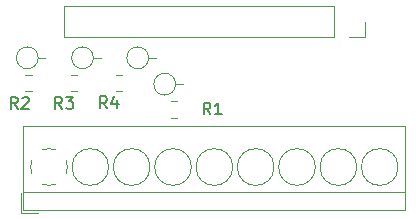
<source format=gbr>
G04 #@! TF.GenerationSoftware,KiCad,Pcbnew,5.1.5-52549c5~86~ubuntu18.04.1*
G04 #@! TF.CreationDate,2020-09-30T17:25:27-05:00*
G04 #@! TF.ProjectId,D05,4430352e-6b69-4636-9164-5f7063625858,rev?*
G04 #@! TF.SameCoordinates,Original*
G04 #@! TF.FileFunction,Legend,Top*
G04 #@! TF.FilePolarity,Positive*
%FSLAX46Y46*%
G04 Gerber Fmt 4.6, Leading zero omitted, Abs format (unit mm)*
G04 Created by KiCad (PCBNEW 5.1.5-52549c5~86~ubuntu18.04.1) date 2020-09-30 17:25:27*
%MOMM*%
%LPD*%
G04 APERTURE LIST*
%ADD10C,0.120000*%
%ADD11C,0.150000*%
G04 APERTURE END LIST*
D10*
X35781348Y-27380000D02*
X36303852Y-27380000D01*
X35781348Y-25960000D02*
X36303852Y-25960000D01*
X31971348Y-27380000D02*
X32493852Y-27380000D01*
X31971348Y-25960000D02*
X32493852Y-25960000D01*
X28135948Y-27380000D02*
X28658452Y-27380000D01*
X28135948Y-25960000D02*
X28658452Y-25960000D01*
X40480348Y-29615200D02*
X41002852Y-29615200D01*
X40480348Y-28195200D02*
X41002852Y-28195200D01*
X38562800Y-24536400D02*
X39182800Y-24536400D01*
X38562800Y-24536400D02*
G75*
G03X38562800Y-24536400I-920000J0D01*
G01*
X33889200Y-24536400D02*
X34509200Y-24536400D01*
X33889200Y-24536400D02*
G75*
G03X33889200Y-24536400I-920000J0D01*
G01*
X29215600Y-24536400D02*
X29835600Y-24536400D01*
X29215600Y-24536400D02*
G75*
G03X29215600Y-24536400I-920000J0D01*
G01*
X40848800Y-26771600D02*
X41468800Y-26771600D01*
X40848800Y-26771600D02*
G75*
G03X40848800Y-26771600I-920000J0D01*
G01*
X27730000Y-37682000D02*
X29230000Y-37682000D01*
X27730000Y-35942000D02*
X27730000Y-37682000D01*
X60290000Y-30322000D02*
X60290000Y-37442000D01*
X27970000Y-30322000D02*
X27970000Y-37442000D01*
X27970000Y-37442000D02*
X60290000Y-37442000D01*
X27970000Y-30322000D02*
X60290000Y-30322000D01*
X27970000Y-35882000D02*
X60290000Y-35882000D01*
X59685000Y-33782000D02*
G75*
G03X59685000Y-33782000I-1555000J0D01*
G01*
X56185000Y-33782000D02*
G75*
G03X56185000Y-33782000I-1555000J0D01*
G01*
X52685000Y-33782000D02*
G75*
G03X52685000Y-33782000I-1555000J0D01*
G01*
X49185000Y-33782000D02*
G75*
G03X49185000Y-33782000I-1555000J0D01*
G01*
X45685000Y-33782000D02*
G75*
G03X45685000Y-33782000I-1555000J0D01*
G01*
X42185000Y-33782000D02*
G75*
G03X42185000Y-33782000I-1555000J0D01*
G01*
X38685000Y-33782000D02*
G75*
G03X38685000Y-33782000I-1555000J0D01*
G01*
X35185000Y-33782000D02*
G75*
G03X35185000Y-33782000I-1555000J0D01*
G01*
X30157011Y-35337492D02*
G75*
G02X29522000Y-35214000I-27011J1555492D01*
G01*
X28697891Y-34389742D02*
G75*
G02X28698000Y-33174000I1432109J607742D01*
G01*
X29522258Y-32349891D02*
G75*
G02X30738000Y-32350000I607742J-1432109D01*
G01*
X31562109Y-33174258D02*
G75*
G02X31562000Y-34390000I-1432109J-607742D01*
G01*
X30737587Y-35213385D02*
G75*
G02X30130000Y-35337000I-607587J1431385D01*
G01*
X56890000Y-21463000D02*
X56890000Y-22793000D01*
X56890000Y-22793000D02*
X55560000Y-22793000D01*
X54290000Y-22793000D02*
X31370000Y-22793000D01*
X31370000Y-20133000D02*
X31370000Y-22793000D01*
X54290000Y-20133000D02*
X31370000Y-20133000D01*
X54290000Y-20133000D02*
X54290000Y-22793000D01*
D11*
X35037733Y-28798780D02*
X34704400Y-28322590D01*
X34466304Y-28798780D02*
X34466304Y-27798780D01*
X34847257Y-27798780D01*
X34942495Y-27846400D01*
X34990114Y-27894019D01*
X35037733Y-27989257D01*
X35037733Y-28132114D01*
X34990114Y-28227352D01*
X34942495Y-28274971D01*
X34847257Y-28322590D01*
X34466304Y-28322590D01*
X35894876Y-28132114D02*
X35894876Y-28798780D01*
X35656780Y-27751161D02*
X35418685Y-28465447D01*
X36037733Y-28465447D01*
X31227733Y-28849580D02*
X30894400Y-28373390D01*
X30656304Y-28849580D02*
X30656304Y-27849580D01*
X31037257Y-27849580D01*
X31132495Y-27897200D01*
X31180114Y-27944819D01*
X31227733Y-28040057D01*
X31227733Y-28182914D01*
X31180114Y-28278152D01*
X31132495Y-28325771D01*
X31037257Y-28373390D01*
X30656304Y-28373390D01*
X31561066Y-27849580D02*
X32180114Y-27849580D01*
X31846780Y-28230533D01*
X31989638Y-28230533D01*
X32084876Y-28278152D01*
X32132495Y-28325771D01*
X32180114Y-28421009D01*
X32180114Y-28659104D01*
X32132495Y-28754342D01*
X32084876Y-28801961D01*
X31989638Y-28849580D01*
X31703923Y-28849580D01*
X31608685Y-28801961D01*
X31561066Y-28754342D01*
X27468533Y-28874980D02*
X27135200Y-28398790D01*
X26897104Y-28874980D02*
X26897104Y-27874980D01*
X27278057Y-27874980D01*
X27373295Y-27922600D01*
X27420914Y-27970219D01*
X27468533Y-28065457D01*
X27468533Y-28208314D01*
X27420914Y-28303552D01*
X27373295Y-28351171D01*
X27278057Y-28398790D01*
X26897104Y-28398790D01*
X27849485Y-27970219D02*
X27897104Y-27922600D01*
X27992342Y-27874980D01*
X28230438Y-27874980D01*
X28325676Y-27922600D01*
X28373295Y-27970219D01*
X28420914Y-28065457D01*
X28420914Y-28160695D01*
X28373295Y-28303552D01*
X27801866Y-28874980D01*
X28420914Y-28874980D01*
X43800733Y-29332180D02*
X43467400Y-28855990D01*
X43229304Y-29332180D02*
X43229304Y-28332180D01*
X43610257Y-28332180D01*
X43705495Y-28379800D01*
X43753114Y-28427419D01*
X43800733Y-28522657D01*
X43800733Y-28665514D01*
X43753114Y-28760752D01*
X43705495Y-28808371D01*
X43610257Y-28855990D01*
X43229304Y-28855990D01*
X44753114Y-29332180D02*
X44181685Y-29332180D01*
X44467400Y-29332180D02*
X44467400Y-28332180D01*
X44372161Y-28475038D01*
X44276923Y-28570276D01*
X44181685Y-28617895D01*
M02*

</source>
